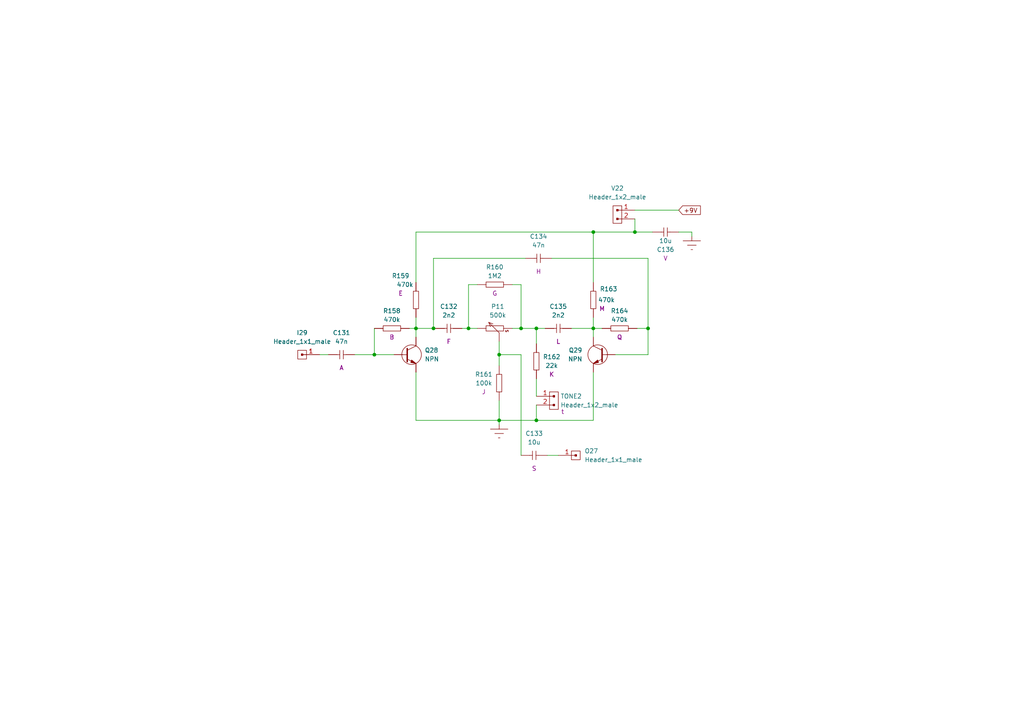
<source format=kicad_sch>
(kicad_sch (version 20211123) (generator eeschema)
  (paper "A4")
  (title_block (title "Fuzzrite") (date "2024-04-26") (rev "1") (company "https://github.com/dvhx/ultimate-soldering-exercise"))
  (lib_symbols
    (symbol "dvhx-kicad-library:C" (pin_numbers hide) (pin_names hide)
      (property "Reference" "C" (at 2.286 1.016 0))
      (property "Value" "C" (at 2.286 -1.27 0))
      (symbol "C_0_1"
        (polyline (pts (xy 0 -0.508) (xy 0 -1.27)))
        (polyline (pts (xy 0 1.27) (xy 0 0.508)))
        (polyline (pts (xy 1.27 -0.508) (xy -1.27 -0.508)))
        (polyline (pts (xy 1.27 0.508) (xy -1.27 0.508)))
      )
      (symbol "C_1_1"
        (pin passive line (at 0 3.81 270) (length 2.54) (name "1") (number "1"))
        (pin passive line (at 0 -3.81 90) (length 2.54) (name "2") (number "2"))
      )
    )
    (symbol "dvhx-kicad-library:GND" (power) (pin_numbers hide) (pin_names hide)
      (symbol "GND_0_1"
        (polyline (pts (xy -2.54 -1.27) (xy 2.54 -1.27)))
        (polyline (pts (xy -1.27 -2.54) (xy 1.27 -2.54)))
        (polyline (pts (xy -0.254 -3.81) (xy 0.254 -3.81)))
      )
      (symbol "GND_1_1"
        (pin power_in line (at 0 0 270) (length 1.27) (name "GND") (number "GND"))
      )
    )
    (symbol "dvhx-kicad-library:Header_1x1_male" (pin_names hide)
      (property "Reference" "J" (at -0.254 2.286 0))
      (property "Value" "Header_1x1_male" (at 0 4.191 0))
      (symbol "Header_1x1_male_0_1"
        (rectangle (start -1.27 1.27) (end 1.27 -1.27))
        (rectangle (start -0.254 0.254) (end 0.254 -0.254) (fill (type outline)))
      )
      (symbol "Header_1x1_male_1_1"
        (pin passive line (at -5.08 0 0) (length 5.08) (name "1") (number "1"))
      )
    )
    (symbol "dvhx-kicad-library:Header_1x2_male" (pin_names hide)
      (property "Reference" "J" (at -0.254 2.286 0))
      (property "Value" "Header_1x2_male" (at 0 4.191 0))
      (symbol "Header_1x2_male_0_1"
        (rectangle (start -1.27 1.27) (end 1.27 -3.81))
        (rectangle (start -0.254 -2.286) (end 0.254 -2.794) (fill (type outline)))
        (rectangle (start -0.254 0.254) (end 0.254 -0.254) (fill (type outline)))
      )
      (symbol "Header_1x2_male_1_1"
        (pin passive line (at -5.08 0 0) (length 5.08) (name "1") (number "1"))
        (pin passive line (at -5.08 -2.54 0) (length 5.08) (name "2") (number "2"))
      )
    )
    (symbol "dvhx-kicad-library:NPN" (pin_numbers hide) (pin_names hide)
      (property "Reference" "Q" (at 2.54 1.016 0))
      (property "Value" "NPN" (at 3.81 -1.016 0))
      (symbol "NPN_0_1"
        (circle (center -1.27 0) (radius 2.8398))
        (polyline (pts (xy -3.81 0) (xy -2.54 0)))
        (polyline (pts (xy -2.54 1.778) (xy -2.54 -2.032)) (stroke (width 0.4)))
        (polyline (pts (xy 0 -2.54) (xy -2.54 -1.27)))
        (polyline (pts (xy 0 2.54) (xy -2.54 1.27)))
        (polyline (pts (xy 0 -2.54) (xy -1.524 -2.286) (xy -1.27 -1.524) (xy 0 -2.54)) (fill (type outline)))
      )
      (symbol "NPN_1_1"
        (pin input line (at -6.35 0 0) (length 2.54) (name "B") (number "B"))
        (pin passive line (at 0 5.08 270) (length 2.54) (name "C") (number "C"))
        (pin passive line (at 0 -5.08 90) (length 2.54) (name "E") (number "E"))
      )
    )
    (symbol "dvhx-kicad-library:Potentiometer" (pin_numbers hide) (pin_names hide)
      (property "Reference" "P" (at 2.032 1.016 0))
      (property "Value" "Potentiometer" (at 2.032 -1.016 0))
      (symbol "Potentiometer_0_0"
        (text "S" (at -0.762 -3.556 0) (effects (font (size 0.8 0.8))))
      )
      (symbol "Potentiometer_0_1"
        (polyline (pts (xy 1.778 1.778) (xy 0.508 1.27)))
        (polyline (pts (xy -1.27 -1.27) (xy 1.778 1.778) (xy 1.27 0.508)))
        (polyline (pts (xy -0.762 2.54) (xy 0.762 2.54) (xy 0.762 -2.54) (xy -0.762 -2.54) (xy -0.762 2.54)))
      )
      (symbol "Potentiometer_1_1"
        (pin passive line (at 0 5.08 270) (length 2.54) (name "E") (number "E"))
        (pin passive line (at 0 -5.08 90) (length 2.54) (name "S") (number "S"))
        (pin passive line (at -3.81 -1.27 0) (length 2.54) (name "W") (number "W"))
      )
    )
    (symbol "dvhx-kicad-library:R" (pin_numbers hide) (pin_names hide)
      (property "Reference" "R" (at 2.032 1.016 0))
      (property "Value" "R" (at 2.032 -1.016 0))
      (symbol "R_0_1"
        (polyline (pts (xy -0.762 2.54) (xy 0.762 2.54) (xy 0.762 -2.54) (xy -0.762 -2.54) (xy -0.762 2.54)))
      )
      (symbol "R_1_1"
        (pin passive line (at 0 5.08 270) (length 2.54) (name "1") (number "1"))
        (pin passive line (at 0 -5.08 90) (length 2.54) (name "2") (number "2"))
      )
    )
  )
  (junction (at 135.89 95.25))
  (junction (at 172.085 67.31))
  (junction (at 155.575 121.92))
  (junction (at 151.13 95.25))
  (junction (at 184.15 67.31))
  (junction (at 125.73 95.25))
  (junction (at 155.575 95.25))
  (junction (at 144.78 102.87))
  (junction (at 144.78 121.92))
  (junction (at 172.085 95.25))
  (junction (at 120.65 95.25))
  (junction (at 108.585 102.87))
  (junction (at 187.96 95.25))
  (wire (pts (xy 200.66 67.31) (xy 200.66 68.58)))
  (wire (pts (xy 120.65 67.31) (xy 120.65 81.915)))
  (wire (pts (xy 155.575 109.855) (xy 155.575 114.935)))
  (wire (pts (xy 148.59 82.55) (xy 151.13 82.55)))
  (wire (pts (xy 135.89 82.55) (xy 135.89 95.25)))
  (wire (pts (xy 196.85 60.96) (xy 184.15 60.96)))
  (wire (pts (xy 184.785 95.25) (xy 187.96 95.25)))
  (wire (pts (xy 120.65 92.075) (xy 120.65 95.25)))
  (wire (pts (xy 120.65 121.92) (xy 144.78 121.92)))
  (wire (pts (xy 158.75 132.08) (xy 161.925 132.08)))
  (wire (pts (xy 120.65 107.95) (xy 120.65 121.92)))
  (wire (pts (xy 155.575 99.695) (xy 155.575 95.25)))
  (wire (pts (xy 125.73 74.93) (xy 125.73 95.25)))
  (wire (pts (xy 155.575 95.25) (xy 158.115 95.25)))
  (wire (pts (xy 144.78 121.92) (xy 144.78 123.19)))
  (wire (pts (xy 172.085 92.075) (xy 172.085 95.25)))
  (wire (pts (xy 138.43 82.55) (xy 135.89 82.55)))
  (wire (pts (xy 160.02 74.93) (xy 187.96 74.93)))
  (wire (pts (xy 184.15 67.31) (xy 184.15 63.5)))
  (wire (pts (xy 148.59 95.25) (xy 151.13 95.25)))
  (wire (pts (xy 172.085 81.915) (xy 172.085 67.31)))
  (wire (pts (xy 155.575 117.475) (xy 155.575 121.92)))
  (wire (pts (xy 172.085 67.31) (xy 120.65 67.31)))
  (wire (pts (xy 172.085 67.31) (xy 184.15 67.31)))
  (wire (pts (xy 155.575 121.92) (xy 172.085 121.92)))
  (wire (pts (xy 144.78 121.92) (xy 155.575 121.92)))
  (wire (pts (xy 144.78 116.205) (xy 144.78 121.92)))
  (wire (pts (xy 178.435 102.87) (xy 187.96 102.87)))
  (wire (pts (xy 102.87 102.87) (xy 108.585 102.87)))
  (wire (pts (xy 135.89 95.25) (xy 138.43 95.25)))
  (wire (pts (xy 133.985 95.25) (xy 135.89 95.25)))
  (wire (pts (xy 144.78 102.87) (xy 151.13 102.87)))
  (wire (pts (xy 118.745 95.25) (xy 120.65 95.25)))
  (wire (pts (xy 187.96 102.87) (xy 187.96 95.25)))
  (wire (pts (xy 120.65 95.25) (xy 125.73 95.25)))
  (wire (pts (xy 144.78 102.87) (xy 144.78 106.045)))
  (wire (pts (xy 151.13 132.08) (xy 151.13 102.87)))
  (wire (pts (xy 184.15 67.31) (xy 189.23 67.31)))
  (wire (pts (xy 151.13 95.25) (xy 155.575 95.25)))
  (wire (pts (xy 152.4 74.93) (xy 125.73 74.93)))
  (wire (pts (xy 108.585 95.25) (xy 108.585 102.87)))
  (wire (pts (xy 125.73 95.25) (xy 126.365 95.25)))
  (wire (pts (xy 120.65 95.25) (xy 120.65 97.79)))
  (wire (pts (xy 108.585 102.87) (xy 114.3 102.87)))
  (wire (pts (xy 172.085 95.25) (xy 172.085 97.79)))
  (wire (pts (xy 144.78 99.06) (xy 144.78 102.87)))
  (wire (pts (xy 196.85 67.31) (xy 200.66 67.31)))
  (wire (pts (xy 92.71 102.87) (xy 95.25 102.87)))
  (wire (pts (xy 187.96 74.93) (xy 187.96 95.25)))
  (wire (pts (xy 165.735 95.25) (xy 172.085 95.25)))
  (wire (pts (xy 151.13 95.25) (xy 151.13 82.55)))
  (wire (pts (xy 172.085 95.25) (xy 174.625 95.25)))
  (wire (pts (xy 172.085 107.95) (xy 172.085 121.92)))
  (global_label "+9V" (shape input) (at 196.85 60.96 0) (property "Intersheet References" "${INTERSHEET_REFS}" (effects hide)))
  (symbol (lib_id "dvhx-kicad-library:R") (at 120.65 86.995 0) (unit 1)
    (property "Reference" "R159" (at 116.205 80.01 0))
    (property "Value" "470k" (at 117.475 82.55 0))
    (property "Footprint" "dvhx-kicad-library:Resistor_0805" (effects hide))
    (property "Field4" "E" (at 116.205 85.09 0))
  )
  (symbol (lib_id "dvhx-kicad-library:NPN") (at 172.085 102.87 0) (mirror y) (unit 1)
    (property "Reference" "Q29" (at 168.91 101.5999 0) (effects (justify left)))
    (property "Value" "NPN" (at 168.91 104.1399 0) (effects (justify left)))
    (property "Footprint" "dvhx-kicad-library:SOT23-BEC" (effects hide))
  )
  (symbol (lib_id "dvhx-kicad-library:GND") (at 144.78 123.19 0) (unit 1)
    (property "Reference" "#GND046" (effects hide))
    (property "Value" "GND" (effects hide))
  )
  (symbol (lib_id "dvhx-kicad-library:Header_1x2_male") (at 179.07 60.96 0) (mirror y) (unit 1)
    (property "Reference" "V22" (at 179.07 54.61 0))
    (property "Value" "Header_1x2_male" (at 179.07 57.15 0))
    (property "Footprint" "dvhx-kicad-library:Header_1x2_male_upright" (effects hide))
  )
  (symbol (lib_id "dvhx-kicad-library:Header_1x2_male") (at 160.655 114.935 0) (unit 1)
    (property "Reference" "TONE2" (at 162.56 114.9349 0) (effects (justify left)))
    (property "Value" "Header_1x2_male" (at 162.56 117.4749 0) (effects (justify left)))
    (property "Footprint" "dvhx-kicad-library:Header_1x2_male_upright" (effects hide))
    (property "Field4" "t" (at 163.195 119.38 0))
  )
  (symbol (lib_id "dvhx-kicad-library:Header_1x1_male") (at 87.63 102.87 180) (unit 1)
    (property "Reference" "I29" (at 87.63 96.52 0))
    (property "Value" "Header_1x1_male" (at 87.63 99.06 0))
    (property "Footprint" "dvhx-kicad-library:Header_1x1_male_upright" (effects hide))
  )
  (symbol (lib_id "dvhx-kicad-library:C") (at 161.925 95.25 90) (unit 1)
    (property "Reference" "C135" (at 161.925 88.9 90))
    (property "Value" "2n2" (at 161.925 91.44 90))
    (property "Footprint" "dvhx-kicad-library:Capacitor_0805" (effects hide))
    (property "Field4" "L" (at 161.925 99.06 90))
  )
  (symbol (lib_id "dvhx-kicad-library:C") (at 154.94 132.08 90) (unit 1)
    (property "Reference" "C133" (at 154.94 125.73 90))
    (property "Value" "10u" (at 154.94 128.27 90))
    (property "Footprint" "dvhx-kicad-library:Capacitor_0805" (effects hide))
    (property "Field4" "S" (at 154.94 135.89 90))
  )
  (symbol (lib_id "dvhx-kicad-library:C") (at 193.04 67.31 270) (unit 1)
    (property "Reference" "C136" (at 193.04 72.39 90))
    (property "Value" "10u" (at 193.04 69.85 90))
    (property "Footprint" "dvhx-kicad-library:Capacitor_0805" (effects hide))
    (property "Field4" "V" (at 193.04 74.93 90))
  )
  (symbol (lib_id "dvhx-kicad-library:R") (at 113.665 95.25 90) (unit 1)
    (property "Reference" "R158" (at 113.665 90.17 90))
    (property "Value" "470k" (at 113.665 92.71 90))
    (property "Footprint" "dvhx-kicad-library:Resistor_0805" (effects hide))
    (property "Field4" "B" (at 113.665 97.79 90))
  )
  (symbol (lib_id "dvhx-kicad-library:GND") (at 200.66 68.58 0) (unit 1)
    (property "Reference" "#GND047" (effects hide))
    (property "Value" "GND" (effects hide))
  )
  (symbol (lib_id "dvhx-kicad-library:C") (at 130.175 95.25 90) (unit 1)
    (property "Reference" "C132" (at 130.175 88.9 90))
    (property "Value" "2n2" (at 130.175 91.44 90))
    (property "Footprint" "dvhx-kicad-library:Capacitor_0805" (effects hide))
    (property "Field4" "F" (at 130.175 99.06 90))
  )
  (symbol (lib_id "dvhx-kicad-library:R") (at 144.78 111.125 0) (unit 1)
    (property "Reference" "R161" (at 140.335 108.585 0))
    (property "Value" "100k" (at 140.335 111.125 0))
    (property "Footprint" "dvhx-kicad-library:Resistor_0805" (effects hide))
    (property "Field4" "J" (at 140.335 113.665 0))
  )
  (symbol (lib_id "dvhx-kicad-library:R") (at 172.085 86.995 0) (unit 1)
    (property "Reference" "R163" (at 176.53 83.82 0))
    (property "Value" "470k" (at 175.895 86.995 0))
    (property "Footprint" "dvhx-kicad-library:Resistor_0805" (effects hide))
    (property "Field4" "M" (at 174.625 89.535 0))
  )
  (symbol (lib_id "dvhx-kicad-library:R") (at 155.575 104.775 0) (unit 1)
    (property "Reference" "R162" (at 160.02 103.505 0))
    (property "Value" "22k" (at 160.02 106.045 0))
    (property "Footprint" "dvhx-kicad-library:Resistor_0805" (effects hide))
    (property "Field4" "K" (at 160.02 108.585 0))
  )
  (symbol (lib_id "dvhx-kicad-library:Potentiometer") (at 143.51 95.25 90) (unit 1)
    (property "Reference" "P11" (at 144.3775 88.9 90))
    (property "Value" "500k" (at 144.3775 91.44 90))
    (property "Footprint" "dvhx-kicad-library:Resistor_trimmer_RM065" (effects hide))
  )
  (symbol (lib_id "dvhx-kicad-library:Header_1x1_male") (at 167.005 132.08 0) (unit 1)
    (property "Reference" "O27" (at 169.545 130.8099 0) (effects (justify left)))
    (property "Value" "Header_1x1_male" (at 169.545 133.3499 0) (effects (justify left)))
    (property "Footprint" "dvhx-kicad-library:Header_1x1_male_upright" (effects hide))
  )
  (symbol (lib_id "dvhx-kicad-library:NPN") (at 120.65 102.87 0) (unit 1)
    (property "Reference" "Q28" (at 123.19 101.5999 0) (effects (justify left)))
    (property "Value" "NPN" (at 123.19 104.1399 0) (effects (justify left)))
    (property "Footprint" "dvhx-kicad-library:SOT23-BEC" (effects hide))
  )
  (symbol (lib_id "dvhx-kicad-library:C") (at 156.21 74.93 90) (unit 1)
    (property "Reference" "C134" (at 156.21 68.58 90))
    (property "Value" "47n" (at 156.21 71.12 90))
    (property "Footprint" "dvhx-kicad-library:Capacitor_0805" (effects hide))
    (property "Field4" "H" (at 156.21 78.74 90))
  )
  (symbol (lib_id "dvhx-kicad-library:C") (at 99.06 102.87 90) (unit 1)
    (property "Reference" "C131" (at 99.06 96.52 90))
    (property "Value" "47n" (at 99.06 99.06 90))
    (property "Footprint" "dvhx-kicad-library:Capacitor_0805" (effects hide))
    (property "Field4" "A" (at 99.06 106.68 90))
  )
  (symbol (lib_id "dvhx-kicad-library:R") (at 143.51 82.55 90) (unit 1)
    (property "Reference" "R160" (at 143.51 77.47 90))
    (property "Value" "1M2" (at 143.51 80.01 90))
    (property "Footprint" "dvhx-kicad-library:Resistor_0805" (effects hide))
    (property "Field4" "G" (at 143.51 85.09 90))
  )
  (symbol (lib_id "dvhx-kicad-library:R") (at 179.705 95.25 90) (unit 1)
    (property "Reference" "R164" (at 179.705 90.17 90))
    (property "Value" "470k" (at 179.705 92.71 90))
    (property "Footprint" "dvhx-kicad-library:Resistor_0805" (effects hide))
    (property "Field4" "Q" (at 179.705 97.79 90))
  )
)
</source>
